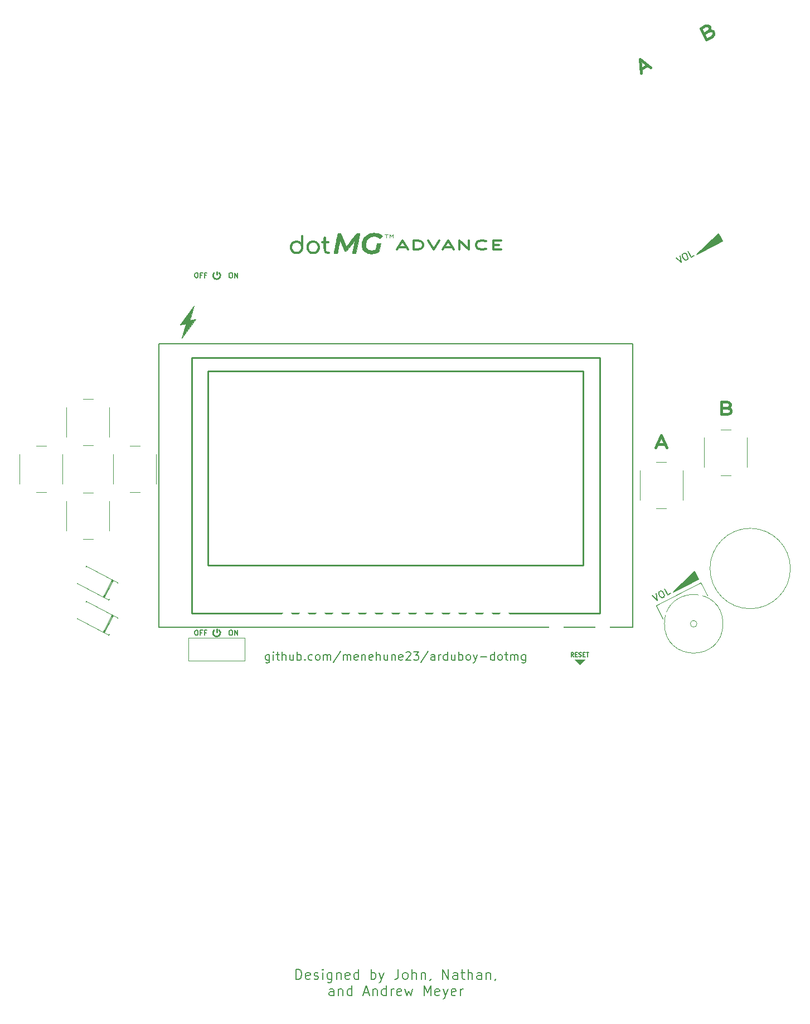
<source format=gbr>
G04 #@! TF.GenerationSoftware,KiCad,Pcbnew,(5.1.9-0-10_14)*
G04 #@! TF.CreationDate,2021-07-17T22:46:38-07:00*
G04 #@! TF.ProjectId,system_advance,73797374-656d-45f6-9164-76616e63652e,1.0-dev0*
G04 #@! TF.SameCoordinates,Original*
G04 #@! TF.FileFunction,Legend,Top*
G04 #@! TF.FilePolarity,Positive*
%FSLAX46Y46*%
G04 Gerber Fmt 4.6, Leading zero omitted, Abs format (unit mm)*
G04 Created by KiCad (PCBNEW (5.1.9-0-10_14)) date 2021-07-17 22:46:38*
%MOMM*%
%LPD*%
G01*
G04 APERTURE LIST*
%ADD10C,0.330200*%
%ADD11C,0.203200*%
%ADD12C,0.100000*%
%ADD13C,0.177800*%
%ADD14C,0.254000*%
%ADD15C,0.196850*%
%ADD16C,0.381000*%
%ADD17C,0.010000*%
%ADD18C,0.120000*%
%ADD19C,0.150000*%
%ADD20C,0.250000*%
%ADD21C,0.114300*%
%ADD22C,0.127000*%
%ADD23C,0.300000*%
%ADD24C,3.851600*%
%ADD25C,1.851600*%
%ADD26C,0.609600*%
%ADD27O,1.801600X1.801600*%
%ADD28C,1.801600*%
%ADD29C,1.625600*%
%ADD30C,5.501599*%
%ADD31C,2.101600*%
%ADD32C,1.401600*%
%ADD33C,1.701600*%
%ADD34O,1.701600X1.701600*%
%ADD35C,2.201600*%
G04 APERTURE END LIST*
D10*
X108394439Y-103483833D02*
X109603963Y-103483833D01*
X108152534Y-103882976D02*
X108999201Y-102485976D01*
X109845868Y-103882976D01*
X110692534Y-103882976D02*
X110692534Y-102485976D01*
X111297296Y-102485976D01*
X111660153Y-102552500D01*
X111902058Y-102685547D01*
X112023010Y-102818595D01*
X112143963Y-103084690D01*
X112143963Y-103284261D01*
X112023010Y-103550357D01*
X111902058Y-103683404D01*
X111660153Y-103816452D01*
X111297296Y-103882976D01*
X110692534Y-103882976D01*
X112869677Y-102485976D02*
X113716344Y-103882976D01*
X114563010Y-102485976D01*
X115288725Y-103483833D02*
X116498249Y-103483833D01*
X115046820Y-103882976D02*
X115893487Y-102485976D01*
X116740153Y-103882976D01*
X117586820Y-103882976D02*
X117586820Y-102485976D01*
X119038249Y-103882976D01*
X119038249Y-102485976D01*
X121699201Y-103749928D02*
X121578249Y-103816452D01*
X121215391Y-103882976D01*
X120973487Y-103882976D01*
X120610630Y-103816452D01*
X120368725Y-103683404D01*
X120247772Y-103550357D01*
X120126820Y-103284261D01*
X120126820Y-103084690D01*
X120247772Y-102818595D01*
X120368725Y-102685547D01*
X120610630Y-102552500D01*
X120973487Y-102485976D01*
X121215391Y-102485976D01*
X121578249Y-102552500D01*
X121699201Y-102619023D01*
X122787772Y-103151214D02*
X123634439Y-103151214D01*
X123997296Y-103882976D02*
X122787772Y-103882976D01*
X122787772Y-102485976D01*
X123997296Y-102485976D01*
D11*
X92818857Y-214582828D02*
X92818857Y-213058828D01*
X93181714Y-213058828D01*
X93399428Y-213131400D01*
X93544571Y-213276542D01*
X93617142Y-213421685D01*
X93689714Y-213711971D01*
X93689714Y-213929685D01*
X93617142Y-214219971D01*
X93544571Y-214365114D01*
X93399428Y-214510257D01*
X93181714Y-214582828D01*
X92818857Y-214582828D01*
X94923428Y-214510257D02*
X94778285Y-214582828D01*
X94488000Y-214582828D01*
X94342857Y-214510257D01*
X94270285Y-214365114D01*
X94270285Y-213784542D01*
X94342857Y-213639400D01*
X94488000Y-213566828D01*
X94778285Y-213566828D01*
X94923428Y-213639400D01*
X94996000Y-213784542D01*
X94996000Y-213929685D01*
X94270285Y-214074828D01*
X95576571Y-214510257D02*
X95721714Y-214582828D01*
X96012000Y-214582828D01*
X96157142Y-214510257D01*
X96229714Y-214365114D01*
X96229714Y-214292542D01*
X96157142Y-214147400D01*
X96012000Y-214074828D01*
X95794285Y-214074828D01*
X95649142Y-214002257D01*
X95576571Y-213857114D01*
X95576571Y-213784542D01*
X95649142Y-213639400D01*
X95794285Y-213566828D01*
X96012000Y-213566828D01*
X96157142Y-213639400D01*
X96882857Y-214582828D02*
X96882857Y-213566828D01*
X96882857Y-213058828D02*
X96810285Y-213131400D01*
X96882857Y-213203971D01*
X96955428Y-213131400D01*
X96882857Y-213058828D01*
X96882857Y-213203971D01*
X98261714Y-213566828D02*
X98261714Y-214800542D01*
X98189142Y-214945685D01*
X98116571Y-215018257D01*
X97971428Y-215090828D01*
X97753714Y-215090828D01*
X97608571Y-215018257D01*
X98261714Y-214510257D02*
X98116571Y-214582828D01*
X97826285Y-214582828D01*
X97681142Y-214510257D01*
X97608571Y-214437685D01*
X97536000Y-214292542D01*
X97536000Y-213857114D01*
X97608571Y-213711971D01*
X97681142Y-213639400D01*
X97826285Y-213566828D01*
X98116571Y-213566828D01*
X98261714Y-213639400D01*
X98987428Y-213566828D02*
X98987428Y-214582828D01*
X98987428Y-213711971D02*
X99060000Y-213639400D01*
X99205142Y-213566828D01*
X99422857Y-213566828D01*
X99568000Y-213639400D01*
X99640571Y-213784542D01*
X99640571Y-214582828D01*
X100946857Y-214510257D02*
X100801714Y-214582828D01*
X100511428Y-214582828D01*
X100366285Y-214510257D01*
X100293714Y-214365114D01*
X100293714Y-213784542D01*
X100366285Y-213639400D01*
X100511428Y-213566828D01*
X100801714Y-213566828D01*
X100946857Y-213639400D01*
X101019428Y-213784542D01*
X101019428Y-213929685D01*
X100293714Y-214074828D01*
X102325714Y-214582828D02*
X102325714Y-213058828D01*
X102325714Y-214510257D02*
X102180571Y-214582828D01*
X101890285Y-214582828D01*
X101745142Y-214510257D01*
X101672571Y-214437685D01*
X101600000Y-214292542D01*
X101600000Y-213857114D01*
X101672571Y-213711971D01*
X101745142Y-213639400D01*
X101890285Y-213566828D01*
X102180571Y-213566828D01*
X102325714Y-213639400D01*
X104212571Y-214582828D02*
X104212571Y-213058828D01*
X104212571Y-213639400D02*
X104357714Y-213566828D01*
X104648000Y-213566828D01*
X104793142Y-213639400D01*
X104865714Y-213711971D01*
X104938285Y-213857114D01*
X104938285Y-214292542D01*
X104865714Y-214437685D01*
X104793142Y-214510257D01*
X104648000Y-214582828D01*
X104357714Y-214582828D01*
X104212571Y-214510257D01*
X105446285Y-213566828D02*
X105809142Y-214582828D01*
X106172000Y-213566828D02*
X105809142Y-214582828D01*
X105664000Y-214945685D01*
X105591428Y-215018257D01*
X105446285Y-215090828D01*
X108349142Y-213058828D02*
X108349142Y-214147400D01*
X108276571Y-214365114D01*
X108131428Y-214510257D01*
X107913714Y-214582828D01*
X107768571Y-214582828D01*
X109292571Y-214582828D02*
X109147428Y-214510257D01*
X109074857Y-214437685D01*
X109002285Y-214292542D01*
X109002285Y-213857114D01*
X109074857Y-213711971D01*
X109147428Y-213639400D01*
X109292571Y-213566828D01*
X109510285Y-213566828D01*
X109655428Y-213639400D01*
X109728000Y-213711971D01*
X109800571Y-213857114D01*
X109800571Y-214292542D01*
X109728000Y-214437685D01*
X109655428Y-214510257D01*
X109510285Y-214582828D01*
X109292571Y-214582828D01*
X110453714Y-214582828D02*
X110453714Y-213058828D01*
X111106857Y-214582828D02*
X111106857Y-213784542D01*
X111034285Y-213639400D01*
X110889142Y-213566828D01*
X110671428Y-213566828D01*
X110526285Y-213639400D01*
X110453714Y-213711971D01*
X111832571Y-213566828D02*
X111832571Y-214582828D01*
X111832571Y-213711971D02*
X111905142Y-213639400D01*
X112050285Y-213566828D01*
X112268000Y-213566828D01*
X112413142Y-213639400D01*
X112485714Y-213784542D01*
X112485714Y-214582828D01*
X113284000Y-214510257D02*
X113284000Y-214582828D01*
X113211428Y-214727971D01*
X113138857Y-214800542D01*
X115098285Y-214582828D02*
X115098285Y-213058828D01*
X115969142Y-214582828D01*
X115969142Y-213058828D01*
X117348000Y-214582828D02*
X117348000Y-213784542D01*
X117275428Y-213639400D01*
X117130285Y-213566828D01*
X116840000Y-213566828D01*
X116694857Y-213639400D01*
X117348000Y-214510257D02*
X117202857Y-214582828D01*
X116840000Y-214582828D01*
X116694857Y-214510257D01*
X116622285Y-214365114D01*
X116622285Y-214219971D01*
X116694857Y-214074828D01*
X116840000Y-214002257D01*
X117202857Y-214002257D01*
X117348000Y-213929685D01*
X117856000Y-213566828D02*
X118436571Y-213566828D01*
X118073714Y-213058828D02*
X118073714Y-214365114D01*
X118146285Y-214510257D01*
X118291428Y-214582828D01*
X118436571Y-214582828D01*
X118944571Y-214582828D02*
X118944571Y-213058828D01*
X119597714Y-214582828D02*
X119597714Y-213784542D01*
X119525142Y-213639400D01*
X119380000Y-213566828D01*
X119162285Y-213566828D01*
X119017142Y-213639400D01*
X118944571Y-213711971D01*
X120976571Y-214582828D02*
X120976571Y-213784542D01*
X120904000Y-213639400D01*
X120758857Y-213566828D01*
X120468571Y-213566828D01*
X120323428Y-213639400D01*
X120976571Y-214510257D02*
X120831428Y-214582828D01*
X120468571Y-214582828D01*
X120323428Y-214510257D01*
X120250857Y-214365114D01*
X120250857Y-214219971D01*
X120323428Y-214074828D01*
X120468571Y-214002257D01*
X120831428Y-214002257D01*
X120976571Y-213929685D01*
X121702285Y-213566828D02*
X121702285Y-214582828D01*
X121702285Y-213711971D02*
X121774857Y-213639400D01*
X121920000Y-213566828D01*
X122137714Y-213566828D01*
X122282857Y-213639400D01*
X122355428Y-213784542D01*
X122355428Y-214582828D01*
X123153714Y-214510257D02*
X123153714Y-214582828D01*
X123081142Y-214727971D01*
X123008571Y-214800542D01*
X98552000Y-217072028D02*
X98552000Y-216273742D01*
X98479428Y-216128600D01*
X98334285Y-216056028D01*
X98044000Y-216056028D01*
X97898857Y-216128600D01*
X98552000Y-216999457D02*
X98406857Y-217072028D01*
X98044000Y-217072028D01*
X97898857Y-216999457D01*
X97826285Y-216854314D01*
X97826285Y-216709171D01*
X97898857Y-216564028D01*
X98044000Y-216491457D01*
X98406857Y-216491457D01*
X98552000Y-216418885D01*
X99277714Y-216056028D02*
X99277714Y-217072028D01*
X99277714Y-216201171D02*
X99350285Y-216128600D01*
X99495428Y-216056028D01*
X99713142Y-216056028D01*
X99858285Y-216128600D01*
X99930857Y-216273742D01*
X99930857Y-217072028D01*
X101309714Y-217072028D02*
X101309714Y-215548028D01*
X101309714Y-216999457D02*
X101164571Y-217072028D01*
X100874285Y-217072028D01*
X100729142Y-216999457D01*
X100656571Y-216926885D01*
X100584000Y-216781742D01*
X100584000Y-216346314D01*
X100656571Y-216201171D01*
X100729142Y-216128600D01*
X100874285Y-216056028D01*
X101164571Y-216056028D01*
X101309714Y-216128600D01*
X103124000Y-216636600D02*
X103849714Y-216636600D01*
X102978857Y-217072028D02*
X103486857Y-215548028D01*
X103994857Y-217072028D01*
X104502857Y-216056028D02*
X104502857Y-217072028D01*
X104502857Y-216201171D02*
X104575428Y-216128600D01*
X104720571Y-216056028D01*
X104938285Y-216056028D01*
X105083428Y-216128600D01*
X105156000Y-216273742D01*
X105156000Y-217072028D01*
X106534857Y-217072028D02*
X106534857Y-215548028D01*
X106534857Y-216999457D02*
X106389714Y-217072028D01*
X106099428Y-217072028D01*
X105954285Y-216999457D01*
X105881714Y-216926885D01*
X105809142Y-216781742D01*
X105809142Y-216346314D01*
X105881714Y-216201171D01*
X105954285Y-216128600D01*
X106099428Y-216056028D01*
X106389714Y-216056028D01*
X106534857Y-216128600D01*
X107260571Y-217072028D02*
X107260571Y-216056028D01*
X107260571Y-216346314D02*
X107333142Y-216201171D01*
X107405714Y-216128600D01*
X107550857Y-216056028D01*
X107696000Y-216056028D01*
X108784571Y-216999457D02*
X108639428Y-217072028D01*
X108349142Y-217072028D01*
X108204000Y-216999457D01*
X108131428Y-216854314D01*
X108131428Y-216273742D01*
X108204000Y-216128600D01*
X108349142Y-216056028D01*
X108639428Y-216056028D01*
X108784571Y-216128600D01*
X108857142Y-216273742D01*
X108857142Y-216418885D01*
X108131428Y-216564028D01*
X109365142Y-216056028D02*
X109655428Y-217072028D01*
X109945714Y-216346314D01*
X110236000Y-217072028D01*
X110526285Y-216056028D01*
X112268000Y-217072028D02*
X112268000Y-215548028D01*
X112776000Y-216636600D01*
X113284000Y-215548028D01*
X113284000Y-217072028D01*
X114590285Y-216999457D02*
X114445142Y-217072028D01*
X114154857Y-217072028D01*
X114009714Y-216999457D01*
X113937142Y-216854314D01*
X113937142Y-216273742D01*
X114009714Y-216128600D01*
X114154857Y-216056028D01*
X114445142Y-216056028D01*
X114590285Y-216128600D01*
X114662857Y-216273742D01*
X114662857Y-216418885D01*
X113937142Y-216564028D01*
X115170857Y-216056028D02*
X115533714Y-217072028D01*
X115896571Y-216056028D02*
X115533714Y-217072028D01*
X115388571Y-217434885D01*
X115316000Y-217507457D01*
X115170857Y-217580028D01*
X117057714Y-216999457D02*
X116912571Y-217072028D01*
X116622285Y-217072028D01*
X116477142Y-216999457D01*
X116404571Y-216854314D01*
X116404571Y-216273742D01*
X116477142Y-216128600D01*
X116622285Y-216056028D01*
X116912571Y-216056028D01*
X117057714Y-216128600D01*
X117130285Y-216273742D01*
X117130285Y-216418885D01*
X116404571Y-216564028D01*
X117783428Y-217072028D02*
X117783428Y-216056028D01*
X117783428Y-216346314D02*
X117856000Y-216201171D01*
X117928571Y-216128600D01*
X118073714Y-216056028D01*
X118218857Y-216056028D01*
D12*
G36*
X76581000Y-115062000D02*
G01*
X75184000Y-115316000D01*
X77343000Y-112395000D01*
X76581000Y-115062000D01*
G37*
X76581000Y-115062000D02*
X75184000Y-115316000D01*
X77343000Y-112395000D01*
X76581000Y-115062000D01*
G36*
X75438000Y-117348000D02*
G01*
X76200000Y-114681000D01*
X77597000Y-114427000D01*
X75438000Y-117348000D01*
G37*
X75438000Y-117348000D02*
X76200000Y-114681000D01*
X77597000Y-114427000D01*
X75438000Y-117348000D01*
D13*
X77633285Y-107398094D02*
X77778428Y-107398094D01*
X77851000Y-107434380D01*
X77923571Y-107506951D01*
X77959857Y-107652094D01*
X77959857Y-107906094D01*
X77923571Y-108051237D01*
X77851000Y-108123808D01*
X77778428Y-108160094D01*
X77633285Y-108160094D01*
X77560714Y-108123808D01*
X77488142Y-108051237D01*
X77451857Y-107906094D01*
X77451857Y-107652094D01*
X77488142Y-107506951D01*
X77560714Y-107434380D01*
X77633285Y-107398094D01*
X78540428Y-107760951D02*
X78286428Y-107760951D01*
X78286428Y-108160094D02*
X78286428Y-107398094D01*
X78649285Y-107398094D01*
X79193571Y-107760951D02*
X78939571Y-107760951D01*
X78939571Y-108160094D02*
X78939571Y-107398094D01*
X79302428Y-107398094D01*
X82840285Y-107405714D02*
X82985428Y-107405714D01*
X83058000Y-107442000D01*
X83130571Y-107514571D01*
X83166857Y-107659714D01*
X83166857Y-107913714D01*
X83130571Y-108058857D01*
X83058000Y-108131428D01*
X82985428Y-108167714D01*
X82840285Y-108167714D01*
X82767714Y-108131428D01*
X82695142Y-108058857D01*
X82658857Y-107913714D01*
X82658857Y-107659714D01*
X82695142Y-107514571D01*
X82767714Y-107442000D01*
X82840285Y-107405714D01*
X83493428Y-108167714D02*
X83493428Y-107405714D01*
X83928857Y-108167714D01*
X83928857Y-107405714D01*
D14*
X80772000Y-107213400D02*
X80772000Y-107696000D01*
X80378096Y-107429096D02*
G75*
G03*
X81153000Y-107416600I393904J-393904D01*
G01*
D15*
X88779047Y-165335857D02*
X88779047Y-166363952D01*
X88718571Y-166484904D01*
X88658095Y-166545380D01*
X88537142Y-166605857D01*
X88355714Y-166605857D01*
X88234761Y-166545380D01*
X88779047Y-166122047D02*
X88658095Y-166182523D01*
X88416190Y-166182523D01*
X88295238Y-166122047D01*
X88234761Y-166061571D01*
X88174285Y-165940619D01*
X88174285Y-165577761D01*
X88234761Y-165456809D01*
X88295238Y-165396333D01*
X88416190Y-165335857D01*
X88658095Y-165335857D01*
X88779047Y-165396333D01*
X89383809Y-166182523D02*
X89383809Y-165335857D01*
X89383809Y-164912523D02*
X89323333Y-164973000D01*
X89383809Y-165033476D01*
X89444285Y-164973000D01*
X89383809Y-164912523D01*
X89383809Y-165033476D01*
X89807142Y-165335857D02*
X90290952Y-165335857D01*
X89988571Y-164912523D02*
X89988571Y-166001095D01*
X90049047Y-166122047D01*
X90170000Y-166182523D01*
X90290952Y-166182523D01*
X90714285Y-166182523D02*
X90714285Y-164912523D01*
X91258571Y-166182523D02*
X91258571Y-165517285D01*
X91198095Y-165396333D01*
X91077142Y-165335857D01*
X90895714Y-165335857D01*
X90774761Y-165396333D01*
X90714285Y-165456809D01*
X92407619Y-165335857D02*
X92407619Y-166182523D01*
X91863333Y-165335857D02*
X91863333Y-166001095D01*
X91923809Y-166122047D01*
X92044761Y-166182523D01*
X92226190Y-166182523D01*
X92347142Y-166122047D01*
X92407619Y-166061571D01*
X93012380Y-166182523D02*
X93012380Y-164912523D01*
X93012380Y-165396333D02*
X93133333Y-165335857D01*
X93375238Y-165335857D01*
X93496190Y-165396333D01*
X93556666Y-165456809D01*
X93617142Y-165577761D01*
X93617142Y-165940619D01*
X93556666Y-166061571D01*
X93496190Y-166122047D01*
X93375238Y-166182523D01*
X93133333Y-166182523D01*
X93012380Y-166122047D01*
X94161428Y-166061571D02*
X94221904Y-166122047D01*
X94161428Y-166182523D01*
X94100952Y-166122047D01*
X94161428Y-166061571D01*
X94161428Y-166182523D01*
X95310476Y-166122047D02*
X95189523Y-166182523D01*
X94947619Y-166182523D01*
X94826666Y-166122047D01*
X94766190Y-166061571D01*
X94705714Y-165940619D01*
X94705714Y-165577761D01*
X94766190Y-165456809D01*
X94826666Y-165396333D01*
X94947619Y-165335857D01*
X95189523Y-165335857D01*
X95310476Y-165396333D01*
X96036190Y-166182523D02*
X95915238Y-166122047D01*
X95854761Y-166061571D01*
X95794285Y-165940619D01*
X95794285Y-165577761D01*
X95854761Y-165456809D01*
X95915238Y-165396333D01*
X96036190Y-165335857D01*
X96217619Y-165335857D01*
X96338571Y-165396333D01*
X96399047Y-165456809D01*
X96459523Y-165577761D01*
X96459523Y-165940619D01*
X96399047Y-166061571D01*
X96338571Y-166122047D01*
X96217619Y-166182523D01*
X96036190Y-166182523D01*
X97003809Y-166182523D02*
X97003809Y-165335857D01*
X97003809Y-165456809D02*
X97064285Y-165396333D01*
X97185238Y-165335857D01*
X97366666Y-165335857D01*
X97487619Y-165396333D01*
X97548095Y-165517285D01*
X97548095Y-166182523D01*
X97548095Y-165517285D02*
X97608571Y-165396333D01*
X97729523Y-165335857D01*
X97910952Y-165335857D01*
X98031904Y-165396333D01*
X98092380Y-165517285D01*
X98092380Y-166182523D01*
X99604285Y-164852047D02*
X98515714Y-166484904D01*
X100027619Y-166182523D02*
X100027619Y-165335857D01*
X100027619Y-165456809D02*
X100088095Y-165396333D01*
X100209047Y-165335857D01*
X100390476Y-165335857D01*
X100511428Y-165396333D01*
X100571904Y-165517285D01*
X100571904Y-166182523D01*
X100571904Y-165517285D02*
X100632380Y-165396333D01*
X100753333Y-165335857D01*
X100934761Y-165335857D01*
X101055714Y-165396333D01*
X101116190Y-165517285D01*
X101116190Y-166182523D01*
X102204761Y-166122047D02*
X102083809Y-166182523D01*
X101841904Y-166182523D01*
X101720952Y-166122047D01*
X101660476Y-166001095D01*
X101660476Y-165517285D01*
X101720952Y-165396333D01*
X101841904Y-165335857D01*
X102083809Y-165335857D01*
X102204761Y-165396333D01*
X102265238Y-165517285D01*
X102265238Y-165638238D01*
X101660476Y-165759190D01*
X102809523Y-165335857D02*
X102809523Y-166182523D01*
X102809523Y-165456809D02*
X102870000Y-165396333D01*
X102990952Y-165335857D01*
X103172380Y-165335857D01*
X103293333Y-165396333D01*
X103353809Y-165517285D01*
X103353809Y-166182523D01*
X104442380Y-166122047D02*
X104321428Y-166182523D01*
X104079523Y-166182523D01*
X103958571Y-166122047D01*
X103898095Y-166001095D01*
X103898095Y-165517285D01*
X103958571Y-165396333D01*
X104079523Y-165335857D01*
X104321428Y-165335857D01*
X104442380Y-165396333D01*
X104502857Y-165517285D01*
X104502857Y-165638238D01*
X103898095Y-165759190D01*
X105047142Y-166182523D02*
X105047142Y-164912523D01*
X105591428Y-166182523D02*
X105591428Y-165517285D01*
X105530952Y-165396333D01*
X105410000Y-165335857D01*
X105228571Y-165335857D01*
X105107619Y-165396333D01*
X105047142Y-165456809D01*
X106740476Y-165335857D02*
X106740476Y-166182523D01*
X106196190Y-165335857D02*
X106196190Y-166001095D01*
X106256666Y-166122047D01*
X106377619Y-166182523D01*
X106559047Y-166182523D01*
X106680000Y-166122047D01*
X106740476Y-166061571D01*
X107345238Y-165335857D02*
X107345238Y-166182523D01*
X107345238Y-165456809D02*
X107405714Y-165396333D01*
X107526666Y-165335857D01*
X107708095Y-165335857D01*
X107829047Y-165396333D01*
X107889523Y-165517285D01*
X107889523Y-166182523D01*
X108978095Y-166122047D02*
X108857142Y-166182523D01*
X108615238Y-166182523D01*
X108494285Y-166122047D01*
X108433809Y-166001095D01*
X108433809Y-165517285D01*
X108494285Y-165396333D01*
X108615238Y-165335857D01*
X108857142Y-165335857D01*
X108978095Y-165396333D01*
X109038571Y-165517285D01*
X109038571Y-165638238D01*
X108433809Y-165759190D01*
X109522380Y-165033476D02*
X109582857Y-164973000D01*
X109703809Y-164912523D01*
X110006190Y-164912523D01*
X110127142Y-164973000D01*
X110187619Y-165033476D01*
X110248095Y-165154428D01*
X110248095Y-165275380D01*
X110187619Y-165456809D01*
X109461904Y-166182523D01*
X110248095Y-166182523D01*
X110671428Y-164912523D02*
X111457619Y-164912523D01*
X111034285Y-165396333D01*
X111215714Y-165396333D01*
X111336666Y-165456809D01*
X111397142Y-165517285D01*
X111457619Y-165638238D01*
X111457619Y-165940619D01*
X111397142Y-166061571D01*
X111336666Y-166122047D01*
X111215714Y-166182523D01*
X110852857Y-166182523D01*
X110731904Y-166122047D01*
X110671428Y-166061571D01*
X112909047Y-164852047D02*
X111820476Y-166484904D01*
X113876666Y-166182523D02*
X113876666Y-165517285D01*
X113816190Y-165396333D01*
X113695238Y-165335857D01*
X113453333Y-165335857D01*
X113332380Y-165396333D01*
X113876666Y-166122047D02*
X113755714Y-166182523D01*
X113453333Y-166182523D01*
X113332380Y-166122047D01*
X113271904Y-166001095D01*
X113271904Y-165880142D01*
X113332380Y-165759190D01*
X113453333Y-165698714D01*
X113755714Y-165698714D01*
X113876666Y-165638238D01*
X114481428Y-166182523D02*
X114481428Y-165335857D01*
X114481428Y-165577761D02*
X114541904Y-165456809D01*
X114602380Y-165396333D01*
X114723333Y-165335857D01*
X114844285Y-165335857D01*
X115811904Y-166182523D02*
X115811904Y-164912523D01*
X115811904Y-166122047D02*
X115690952Y-166182523D01*
X115449047Y-166182523D01*
X115328095Y-166122047D01*
X115267619Y-166061571D01*
X115207142Y-165940619D01*
X115207142Y-165577761D01*
X115267619Y-165456809D01*
X115328095Y-165396333D01*
X115449047Y-165335857D01*
X115690952Y-165335857D01*
X115811904Y-165396333D01*
X116960952Y-165335857D02*
X116960952Y-166182523D01*
X116416666Y-165335857D02*
X116416666Y-166001095D01*
X116477142Y-166122047D01*
X116598095Y-166182523D01*
X116779523Y-166182523D01*
X116900476Y-166122047D01*
X116960952Y-166061571D01*
X117565714Y-166182523D02*
X117565714Y-164912523D01*
X117565714Y-165396333D02*
X117686666Y-165335857D01*
X117928571Y-165335857D01*
X118049523Y-165396333D01*
X118110000Y-165456809D01*
X118170476Y-165577761D01*
X118170476Y-165940619D01*
X118110000Y-166061571D01*
X118049523Y-166122047D01*
X117928571Y-166182523D01*
X117686666Y-166182523D01*
X117565714Y-166122047D01*
X118896190Y-166182523D02*
X118775238Y-166122047D01*
X118714761Y-166061571D01*
X118654285Y-165940619D01*
X118654285Y-165577761D01*
X118714761Y-165456809D01*
X118775238Y-165396333D01*
X118896190Y-165335857D01*
X119077619Y-165335857D01*
X119198571Y-165396333D01*
X119259047Y-165456809D01*
X119319523Y-165577761D01*
X119319523Y-165940619D01*
X119259047Y-166061571D01*
X119198571Y-166122047D01*
X119077619Y-166182523D01*
X118896190Y-166182523D01*
X119742857Y-165335857D02*
X120045238Y-166182523D01*
X120347619Y-165335857D02*
X120045238Y-166182523D01*
X119924285Y-166484904D01*
X119863809Y-166545380D01*
X119742857Y-166605857D01*
X120831428Y-165698714D02*
X121799047Y-165698714D01*
X122948095Y-166182523D02*
X122948095Y-164912523D01*
X122948095Y-166122047D02*
X122827142Y-166182523D01*
X122585238Y-166182523D01*
X122464285Y-166122047D01*
X122403809Y-166061571D01*
X122343333Y-165940619D01*
X122343333Y-165577761D01*
X122403809Y-165456809D01*
X122464285Y-165396333D01*
X122585238Y-165335857D01*
X122827142Y-165335857D01*
X122948095Y-165396333D01*
X123734285Y-166182523D02*
X123613333Y-166122047D01*
X123552857Y-166061571D01*
X123492380Y-165940619D01*
X123492380Y-165577761D01*
X123552857Y-165456809D01*
X123613333Y-165396333D01*
X123734285Y-165335857D01*
X123915714Y-165335857D01*
X124036666Y-165396333D01*
X124097142Y-165456809D01*
X124157619Y-165577761D01*
X124157619Y-165940619D01*
X124097142Y-166061571D01*
X124036666Y-166122047D01*
X123915714Y-166182523D01*
X123734285Y-166182523D01*
X124520476Y-165335857D02*
X125004285Y-165335857D01*
X124701904Y-164912523D02*
X124701904Y-166001095D01*
X124762380Y-166122047D01*
X124883333Y-166182523D01*
X125004285Y-166182523D01*
X125427619Y-166182523D02*
X125427619Y-165335857D01*
X125427619Y-165456809D02*
X125488095Y-165396333D01*
X125609047Y-165335857D01*
X125790476Y-165335857D01*
X125911428Y-165396333D01*
X125971904Y-165517285D01*
X125971904Y-166182523D01*
X125971904Y-165517285D02*
X126032380Y-165396333D01*
X126153333Y-165335857D01*
X126334761Y-165335857D01*
X126455714Y-165396333D01*
X126516190Y-165517285D01*
X126516190Y-166182523D01*
X127665238Y-165335857D02*
X127665238Y-166363952D01*
X127604761Y-166484904D01*
X127544285Y-166545380D01*
X127423333Y-166605857D01*
X127241904Y-166605857D01*
X127120952Y-166545380D01*
X127665238Y-166122047D02*
X127544285Y-166182523D01*
X127302380Y-166182523D01*
X127181428Y-166122047D01*
X127120952Y-166061571D01*
X127060476Y-165940619D01*
X127060476Y-165577761D01*
X127120952Y-165456809D01*
X127181428Y-165396333D01*
X127302380Y-165335857D01*
X127544285Y-165335857D01*
X127665238Y-165396333D01*
D14*
X80378096Y-161658096D02*
G75*
G03*
X81153000Y-161645600I393904J-393904D01*
G01*
X80772000Y-161442400D02*
X80772000Y-161925000D01*
D16*
X158260428Y-127879928D02*
X158623285Y-127970642D01*
X158744238Y-128061357D01*
X158865190Y-128242785D01*
X158865190Y-128514928D01*
X158744238Y-128696357D01*
X158623285Y-128787071D01*
X158381380Y-128877785D01*
X157413761Y-128877785D01*
X157413761Y-126972785D01*
X158260428Y-126972785D01*
X158502333Y-127063500D01*
X158623285Y-127154214D01*
X158744238Y-127335642D01*
X158744238Y-127517071D01*
X158623285Y-127698500D01*
X158502333Y-127789214D01*
X158260428Y-127879928D01*
X157413761Y-127879928D01*
X147695238Y-133413500D02*
X148904761Y-133413500D01*
X147453333Y-133957785D02*
X148300000Y-132052785D01*
X149146666Y-133957785D01*
D13*
X82840285Y-161634714D02*
X82985428Y-161634714D01*
X83058000Y-161671000D01*
X83130571Y-161743571D01*
X83166857Y-161888714D01*
X83166857Y-162142714D01*
X83130571Y-162287857D01*
X83058000Y-162360428D01*
X82985428Y-162396714D01*
X82840285Y-162396714D01*
X82767714Y-162360428D01*
X82695142Y-162287857D01*
X82658857Y-162142714D01*
X82658857Y-161888714D01*
X82695142Y-161743571D01*
X82767714Y-161671000D01*
X82840285Y-161634714D01*
X83493428Y-162396714D02*
X83493428Y-161634714D01*
X83928857Y-162396714D01*
X83928857Y-161634714D01*
D12*
G36*
X135890000Y-166878000D02*
G01*
X135128000Y-166116000D01*
X136652000Y-166116000D01*
X135890000Y-166878000D01*
G37*
X135890000Y-166878000D02*
X135128000Y-166116000D01*
X136652000Y-166116000D01*
X135890000Y-166878000D01*
D13*
X77633285Y-161627094D02*
X77778428Y-161627094D01*
X77851000Y-161663380D01*
X77923571Y-161735951D01*
X77959857Y-161881094D01*
X77959857Y-162135094D01*
X77923571Y-162280237D01*
X77851000Y-162352808D01*
X77778428Y-162389094D01*
X77633285Y-162389094D01*
X77560714Y-162352808D01*
X77488142Y-162280237D01*
X77451857Y-162135094D01*
X77451857Y-161881094D01*
X77488142Y-161735951D01*
X77560714Y-161663380D01*
X77633285Y-161627094D01*
X78540428Y-161989951D02*
X78286428Y-161989951D01*
X78286428Y-162389094D02*
X78286428Y-161627094D01*
X78649285Y-161627094D01*
X79193571Y-161989951D02*
X78939571Y-161989951D01*
X78939571Y-162389094D02*
X78939571Y-161627094D01*
X79302428Y-161627094D01*
D17*
G36*
X99309988Y-101398786D02*
G01*
X99384163Y-101399686D01*
X99384709Y-101399695D01*
X99620518Y-101403150D01*
X100022469Y-102416113D01*
X100083035Y-102568458D01*
X100141032Y-102713779D01*
X100195768Y-102850376D01*
X100246551Y-102976547D01*
X100292689Y-103090590D01*
X100333489Y-103190808D01*
X100368262Y-103275498D01*
X100396316Y-103342961D01*
X100416956Y-103391494D01*
X100429494Y-103419400D01*
X100433180Y-103425763D01*
X100442040Y-103415493D01*
X100465438Y-103386514D01*
X100502319Y-103340171D01*
X100551628Y-103277808D01*
X100612311Y-103200766D01*
X100683312Y-103110391D01*
X100763578Y-103008025D01*
X100852053Y-102895011D01*
X100947684Y-102772693D01*
X101049415Y-102642414D01*
X101156191Y-102505517D01*
X101228443Y-102412799D01*
X102014946Y-101403150D01*
X102266136Y-101399701D01*
X102354841Y-101398800D01*
X102420841Y-101398960D01*
X102466814Y-101400320D01*
X102495437Y-101403019D01*
X102509390Y-101407194D01*
X102511591Y-101412401D01*
X102508423Y-101426679D01*
X102500598Y-101464336D01*
X102488425Y-101523843D01*
X102472212Y-101603669D01*
X102452267Y-101702283D01*
X102428898Y-101818154D01*
X102402413Y-101949753D01*
X102373121Y-102095549D01*
X102341329Y-102254011D01*
X102307345Y-102423609D01*
X102271478Y-102602813D01*
X102234035Y-102790091D01*
X102202220Y-102949375D01*
X101898585Y-104470200D01*
X101628643Y-104470200D01*
X101548946Y-104469773D01*
X101478596Y-104468581D01*
X101421275Y-104466753D01*
X101380668Y-104464419D01*
X101360460Y-104461709D01*
X101358889Y-104460675D01*
X101361335Y-104447013D01*
X101368365Y-104410339D01*
X101379606Y-104352555D01*
X101394680Y-104275559D01*
X101413217Y-104181253D01*
X101434840Y-104071538D01*
X101459177Y-103948312D01*
X101485852Y-103813475D01*
X101514491Y-103668929D01*
X101544721Y-103516574D01*
X101554586Y-103466900D01*
X101585174Y-103312646D01*
X101614207Y-103165724D01*
X101641317Y-103028022D01*
X101666139Y-102901421D01*
X101688306Y-102787808D01*
X101707452Y-102689068D01*
X101723210Y-102607085D01*
X101735214Y-102543743D01*
X101743099Y-102500928D01*
X101746497Y-102480526D01*
X101746575Y-102479035D01*
X101738367Y-102488207D01*
X101715623Y-102515877D01*
X101679511Y-102560580D01*
X101631198Y-102620850D01*
X101571851Y-102695221D01*
X101502636Y-102782226D01*
X101424722Y-102880400D01*
X101339275Y-102988275D01*
X101247461Y-103104387D01*
X101150448Y-103227269D01*
X101096852Y-103295237D01*
X100450650Y-104115054D01*
X100317978Y-104111652D01*
X100185305Y-104108249D01*
X99841728Y-103274079D01*
X99784971Y-103136652D01*
X99730930Y-103006524D01*
X99680389Y-102885536D01*
X99634131Y-102775533D01*
X99592941Y-102678356D01*
X99557602Y-102595848D01*
X99528898Y-102529850D01*
X99507614Y-102482207D01*
X99494534Y-102454759D01*
X99490503Y-102448578D01*
X99487029Y-102461949D01*
X99479016Y-102498361D01*
X99466841Y-102555941D01*
X99450884Y-102632810D01*
X99431522Y-102727093D01*
X99409133Y-102836912D01*
X99384096Y-102960391D01*
X99356787Y-103095654D01*
X99327586Y-103240824D01*
X99296869Y-103394025D01*
X99265017Y-103553380D01*
X99232405Y-103717011D01*
X99199412Y-103883044D01*
X99166417Y-104049601D01*
X99133797Y-104214806D01*
X99101931Y-104376782D01*
X99096682Y-104403525D01*
X99083599Y-104470200D01*
X98811450Y-104470200D01*
X98731398Y-104469770D01*
X98660663Y-104468568D01*
X98602918Y-104466724D01*
X98561835Y-104464369D01*
X98541089Y-104461633D01*
X98539300Y-104460525D01*
X98541745Y-104447082D01*
X98548875Y-104410255D01*
X98560391Y-104351562D01*
X98575990Y-104272524D01*
X98595370Y-104174660D01*
X98618227Y-104059491D01*
X98644261Y-103928536D01*
X98673168Y-103783316D01*
X98704649Y-103625351D01*
X98738398Y-103456159D01*
X98774116Y-103277261D01*
X98811499Y-103090179D01*
X98844101Y-102927150D01*
X98882637Y-102734473D01*
X98919765Y-102548788D01*
X98955181Y-102371605D01*
X98988585Y-102204437D01*
X99019673Y-102048795D01*
X99048146Y-101906193D01*
X99073699Y-101778140D01*
X99096033Y-101666150D01*
X99114846Y-101571735D01*
X99129835Y-101496407D01*
X99140698Y-101441676D01*
X99147135Y-101409056D01*
X99148901Y-101399844D01*
X99160941Y-101398886D01*
X99194433Y-101398388D01*
X99245430Y-101398354D01*
X99309988Y-101398786D01*
G37*
X99309988Y-101398786D02*
X99384163Y-101399686D01*
X99384709Y-101399695D01*
X99620518Y-101403150D01*
X100022469Y-102416113D01*
X100083035Y-102568458D01*
X100141032Y-102713779D01*
X100195768Y-102850376D01*
X100246551Y-102976547D01*
X100292689Y-103090590D01*
X100333489Y-103190808D01*
X100368262Y-103275498D01*
X100396316Y-103342961D01*
X100416956Y-103391494D01*
X100429494Y-103419400D01*
X100433180Y-103425763D01*
X100442040Y-103415493D01*
X100465438Y-103386514D01*
X100502319Y-103340171D01*
X100551628Y-103277808D01*
X100612311Y-103200766D01*
X100683312Y-103110391D01*
X100763578Y-103008025D01*
X100852053Y-102895011D01*
X100947684Y-102772693D01*
X101049415Y-102642414D01*
X101156191Y-102505517D01*
X101228443Y-102412799D01*
X102014946Y-101403150D01*
X102266136Y-101399701D01*
X102354841Y-101398800D01*
X102420841Y-101398960D01*
X102466814Y-101400320D01*
X102495437Y-101403019D01*
X102509390Y-101407194D01*
X102511591Y-101412401D01*
X102508423Y-101426679D01*
X102500598Y-101464336D01*
X102488425Y-101523843D01*
X102472212Y-101603669D01*
X102452267Y-101702283D01*
X102428898Y-101818154D01*
X102402413Y-101949753D01*
X102373121Y-102095549D01*
X102341329Y-102254011D01*
X102307345Y-102423609D01*
X102271478Y-102602813D01*
X102234035Y-102790091D01*
X102202220Y-102949375D01*
X101898585Y-104470200D01*
X101628643Y-104470200D01*
X101548946Y-104469773D01*
X101478596Y-104468581D01*
X101421275Y-104466753D01*
X101380668Y-104464419D01*
X101360460Y-104461709D01*
X101358889Y-104460675D01*
X101361335Y-104447013D01*
X101368365Y-104410339D01*
X101379606Y-104352555D01*
X101394680Y-104275559D01*
X101413217Y-104181253D01*
X101434840Y-104071538D01*
X101459177Y-103948312D01*
X101485852Y-103813475D01*
X101514491Y-103668929D01*
X101544721Y-103516574D01*
X101554586Y-103466900D01*
X101585174Y-103312646D01*
X101614207Y-103165724D01*
X101641317Y-103028022D01*
X101666139Y-102901421D01*
X101688306Y-102787808D01*
X101707452Y-102689068D01*
X101723210Y-102607085D01*
X101735214Y-102543743D01*
X101743099Y-102500928D01*
X101746497Y-102480526D01*
X101746575Y-102479035D01*
X101738367Y-102488207D01*
X101715623Y-102515877D01*
X101679511Y-102560580D01*
X101631198Y-102620850D01*
X101571851Y-102695221D01*
X101502636Y-102782226D01*
X101424722Y-102880400D01*
X101339275Y-102988275D01*
X101247461Y-103104387D01*
X101150448Y-103227269D01*
X101096852Y-103295237D01*
X100450650Y-104115054D01*
X100317978Y-104111652D01*
X100185305Y-104108249D01*
X99841728Y-103274079D01*
X99784971Y-103136652D01*
X99730930Y-103006524D01*
X99680389Y-102885536D01*
X99634131Y-102775533D01*
X99592941Y-102678356D01*
X99557602Y-102595848D01*
X99528898Y-102529850D01*
X99507614Y-102482207D01*
X99494534Y-102454759D01*
X99490503Y-102448578D01*
X99487029Y-102461949D01*
X99479016Y-102498361D01*
X99466841Y-102555941D01*
X99450884Y-102632810D01*
X99431522Y-102727093D01*
X99409133Y-102836912D01*
X99384096Y-102960391D01*
X99356787Y-103095654D01*
X99327586Y-103240824D01*
X99296869Y-103394025D01*
X99265017Y-103553380D01*
X99232405Y-103717011D01*
X99199412Y-103883044D01*
X99166417Y-104049601D01*
X99133797Y-104214806D01*
X99101931Y-104376782D01*
X99096682Y-104403525D01*
X99083599Y-104470200D01*
X98811450Y-104470200D01*
X98731398Y-104469770D01*
X98660663Y-104468568D01*
X98602918Y-104466724D01*
X98561835Y-104464369D01*
X98541089Y-104461633D01*
X98539300Y-104460525D01*
X98541745Y-104447082D01*
X98548875Y-104410255D01*
X98560391Y-104351562D01*
X98575990Y-104272524D01*
X98595370Y-104174660D01*
X98618227Y-104059491D01*
X98644261Y-103928536D01*
X98673168Y-103783316D01*
X98704649Y-103625351D01*
X98738398Y-103456159D01*
X98774116Y-103277261D01*
X98811499Y-103090179D01*
X98844101Y-102927150D01*
X98882637Y-102734473D01*
X98919765Y-102548788D01*
X98955181Y-102371605D01*
X98988585Y-102204437D01*
X99019673Y-102048795D01*
X99048146Y-101906193D01*
X99073699Y-101778140D01*
X99096033Y-101666150D01*
X99114846Y-101571735D01*
X99129835Y-101496407D01*
X99140698Y-101441676D01*
X99147135Y-101409056D01*
X99148901Y-101399844D01*
X99160941Y-101398886D01*
X99194433Y-101398388D01*
X99245430Y-101398354D01*
X99309988Y-101398786D01*
G36*
X97184223Y-101916518D02*
G01*
X97228859Y-101939825D01*
X97257160Y-101972166D01*
X97265194Y-101987203D01*
X97271286Y-102004838D01*
X97275702Y-102028604D01*
X97278708Y-102062029D01*
X97280568Y-102108644D01*
X97281549Y-102171977D01*
X97281917Y-102255560D01*
X97281953Y-102301675D01*
X97282001Y-102590600D01*
X97485609Y-102590600D01*
X97584868Y-102591908D01*
X97661566Y-102596585D01*
X97718442Y-102605761D01*
X97758236Y-102620567D01*
X97783687Y-102642131D01*
X97797535Y-102671584D01*
X97802518Y-102710057D01*
X97802700Y-102721383D01*
X97792021Y-102768053D01*
X97769219Y-102798418D01*
X97735736Y-102831900D01*
X97282001Y-102831900D01*
X97282001Y-103326575D01*
X97282197Y-103465568D01*
X97282934Y-103581740D01*
X97284431Y-103677667D01*
X97286909Y-103755926D01*
X97290588Y-103819094D01*
X97295689Y-103869746D01*
X97302431Y-103910460D01*
X97311035Y-103943813D01*
X97321721Y-103972379D01*
X97334709Y-103998738D01*
X97340322Y-104008759D01*
X97397447Y-104084124D01*
X97470366Y-104140086D01*
X97557537Y-104175811D01*
X97657426Y-104190464D01*
X97676067Y-104190800D01*
X97726736Y-104192870D01*
X97772881Y-104198251D01*
X97799968Y-104204450D01*
X97844008Y-104231420D01*
X97871701Y-104271916D01*
X97882836Y-104319847D01*
X97877202Y-104369126D01*
X97854589Y-104413663D01*
X97814788Y-104447367D01*
X97808468Y-104450575D01*
X97766744Y-104462264D01*
X97708004Y-104468264D01*
X97639979Y-104468591D01*
X97570403Y-104463259D01*
X97507009Y-104452282D01*
X97497900Y-104449988D01*
X97377331Y-104405421D01*
X97270545Y-104340111D01*
X97179032Y-104255534D01*
X97104277Y-104153173D01*
X97047769Y-104034506D01*
X97031536Y-103985937D01*
X97026375Y-103965017D01*
X97022031Y-103938174D01*
X97018404Y-103902985D01*
X97015390Y-103857030D01*
X97012890Y-103797885D01*
X97010801Y-103723128D01*
X97009022Y-103630337D01*
X97007452Y-103517090D01*
X97005989Y-103380966D01*
X97005929Y-103374825D01*
X97000684Y-102831900D01*
X96867457Y-102831900D01*
X96809270Y-102830630D01*
X96758553Y-102827205D01*
X96721989Y-102822201D01*
X96708590Y-102818177D01*
X96680472Y-102790815D01*
X96661249Y-102749316D01*
X96655054Y-102704496D01*
X96657812Y-102685387D01*
X96672961Y-102649750D01*
X96698804Y-102624239D01*
X96739015Y-102607248D01*
X96797273Y-102597170D01*
X96870140Y-102592619D01*
X97002600Y-102588288D01*
X97003317Y-102313218D01*
X97004395Y-102203496D01*
X97006961Y-102114735D01*
X97010952Y-102048211D01*
X97016305Y-102005196D01*
X97019192Y-101993700D01*
X97045823Y-101949982D01*
X97086404Y-101922166D01*
X97134638Y-101910821D01*
X97184223Y-101916518D01*
G37*
X97184223Y-101916518D02*
X97228859Y-101939825D01*
X97257160Y-101972166D01*
X97265194Y-101987203D01*
X97271286Y-102004838D01*
X97275702Y-102028604D01*
X97278708Y-102062029D01*
X97280568Y-102108644D01*
X97281549Y-102171977D01*
X97281917Y-102255560D01*
X97281953Y-102301675D01*
X97282001Y-102590600D01*
X97485609Y-102590600D01*
X97584868Y-102591908D01*
X97661566Y-102596585D01*
X97718442Y-102605761D01*
X97758236Y-102620567D01*
X97783687Y-102642131D01*
X97797535Y-102671584D01*
X97802518Y-102710057D01*
X97802700Y-102721383D01*
X97792021Y-102768053D01*
X97769219Y-102798418D01*
X97735736Y-102831900D01*
X97282001Y-102831900D01*
X97282001Y-103326575D01*
X97282197Y-103465568D01*
X97282934Y-103581740D01*
X97284431Y-103677667D01*
X97286909Y-103755926D01*
X97290588Y-103819094D01*
X97295689Y-103869746D01*
X97302431Y-103910460D01*
X97311035Y-103943813D01*
X97321721Y-103972379D01*
X97334709Y-103998738D01*
X97340322Y-104008759D01*
X97397447Y-104084124D01*
X97470366Y-104140086D01*
X97557537Y-104175811D01*
X97657426Y-104190464D01*
X97676067Y-104190800D01*
X97726736Y-104192870D01*
X97772881Y-104198251D01*
X97799968Y-104204450D01*
X97844008Y-104231420D01*
X97871701Y-104271916D01*
X97882836Y-104319847D01*
X97877202Y-104369126D01*
X97854589Y-104413663D01*
X97814788Y-104447367D01*
X97808468Y-104450575D01*
X97766744Y-104462264D01*
X97708004Y-104468264D01*
X97639979Y-104468591D01*
X97570403Y-104463259D01*
X97507009Y-104452282D01*
X97497900Y-104449988D01*
X97377331Y-104405421D01*
X97270545Y-104340111D01*
X97179032Y-104255534D01*
X97104277Y-104153173D01*
X97047769Y-104034506D01*
X97031536Y-103985937D01*
X97026375Y-103965017D01*
X97022031Y-103938174D01*
X97018404Y-103902985D01*
X97015390Y-103857030D01*
X97012890Y-103797885D01*
X97010801Y-103723128D01*
X97009022Y-103630337D01*
X97007452Y-103517090D01*
X97005989Y-103380966D01*
X97005929Y-103374825D01*
X97000684Y-102831900D01*
X96867457Y-102831900D01*
X96809270Y-102830630D01*
X96758553Y-102827205D01*
X96721989Y-102822201D01*
X96708590Y-102818177D01*
X96680472Y-102790815D01*
X96661249Y-102749316D01*
X96655054Y-102704496D01*
X96657812Y-102685387D01*
X96672961Y-102649750D01*
X96698804Y-102624239D01*
X96739015Y-102607248D01*
X96797273Y-102597170D01*
X96870140Y-102592619D01*
X97002600Y-102588288D01*
X97003317Y-102313218D01*
X97004395Y-102203496D01*
X97006961Y-102114735D01*
X97010952Y-102048211D01*
X97016305Y-102005196D01*
X97019192Y-101993700D01*
X97045823Y-101949982D01*
X97086404Y-101922166D01*
X97134638Y-101910821D01*
X97184223Y-101916518D01*
G36*
X95546433Y-102522929D02*
G01*
X95698497Y-102556603D01*
X95838888Y-102612027D01*
X95966345Y-102688425D01*
X96079608Y-102785026D01*
X96177414Y-102901055D01*
X96258504Y-103035737D01*
X96267548Y-103054150D01*
X96303859Y-103135236D01*
X96329731Y-103208101D01*
X96346751Y-103280292D01*
X96356504Y-103359359D01*
X96360579Y-103452847D01*
X96360980Y-103498650D01*
X96359151Y-103599328D01*
X96352361Y-103682539D01*
X96339162Y-103755970D01*
X96318104Y-103827309D01*
X96287742Y-103904244D01*
X96282222Y-103916908D01*
X96209373Y-104051720D01*
X96117022Y-104171482D01*
X96007274Y-104274497D01*
X95882235Y-104359071D01*
X95744009Y-104423507D01*
X95602616Y-104464477D01*
X95543890Y-104473055D01*
X95468913Y-104478610D01*
X95386023Y-104481050D01*
X95303557Y-104480287D01*
X95229853Y-104476230D01*
X95174755Y-104469091D01*
X95027044Y-104427763D01*
X94889110Y-104364647D01*
X94763447Y-104281722D01*
X94652549Y-104180965D01*
X94558912Y-104064356D01*
X94485029Y-103933871D01*
X94476931Y-103915820D01*
X94434382Y-103796933D01*
X94408439Y-103671337D01*
X94397849Y-103532475D01*
X94397454Y-103498650D01*
X94398089Y-103485945D01*
X94666686Y-103485945D01*
X94669942Y-103585348D01*
X94681907Y-103674947D01*
X94686306Y-103694689D01*
X94728369Y-103815423D01*
X94791765Y-103928255D01*
X94873151Y-104028433D01*
X94969189Y-104111202D01*
X94988313Y-104124239D01*
X95099486Y-104182126D01*
X95221785Y-104218497D01*
X95352152Y-104232906D01*
X95487530Y-104224908D01*
X95570354Y-104209057D01*
X95689025Y-104167670D01*
X95797275Y-104104624D01*
X95892579Y-104022403D01*
X95972408Y-103923489D01*
X96034235Y-103810366D01*
X96066075Y-103721903D01*
X96081696Y-103644516D01*
X96089994Y-103552540D01*
X96090862Y-103455737D01*
X96084189Y-103363871D01*
X96070924Y-103290679D01*
X96026391Y-103167446D01*
X95961277Y-103055667D01*
X95878123Y-102958036D01*
X95779471Y-102877248D01*
X95667861Y-102815998D01*
X95599777Y-102790970D01*
X95501018Y-102770000D01*
X95391712Y-102762208D01*
X95282047Y-102767604D01*
X95182212Y-102786198D01*
X95167450Y-102790516D01*
X95043565Y-102841793D01*
X94933827Y-102913301D01*
X94840133Y-103003021D01*
X94764380Y-103108932D01*
X94708469Y-103229014D01*
X94686306Y-103302611D01*
X94672142Y-103387959D01*
X94666686Y-103485945D01*
X94398089Y-103485945D01*
X94404941Y-103349039D01*
X94428653Y-103215220D01*
X94469907Y-103092422D01*
X94530019Y-102975873D01*
X94550503Y-102943567D01*
X94647198Y-102818096D01*
X94757620Y-102713970D01*
X94881584Y-102631287D01*
X95018904Y-102570144D01*
X95169395Y-102530636D01*
X95332871Y-102512859D01*
X95383957Y-102511779D01*
X95546433Y-102522929D01*
G37*
X95546433Y-102522929D02*
X95698497Y-102556603D01*
X95838888Y-102612027D01*
X95966345Y-102688425D01*
X96079608Y-102785026D01*
X96177414Y-102901055D01*
X96258504Y-103035737D01*
X96267548Y-103054150D01*
X96303859Y-103135236D01*
X96329731Y-103208101D01*
X96346751Y-103280292D01*
X96356504Y-103359359D01*
X96360579Y-103452847D01*
X96360980Y-103498650D01*
X96359151Y-103599328D01*
X96352361Y-103682539D01*
X96339162Y-103755970D01*
X96318104Y-103827309D01*
X96287742Y-103904244D01*
X96282222Y-103916908D01*
X96209373Y-104051720D01*
X96117022Y-104171482D01*
X96007274Y-104274497D01*
X95882235Y-104359071D01*
X95744009Y-104423507D01*
X95602616Y-104464477D01*
X95543890Y-104473055D01*
X95468913Y-104478610D01*
X95386023Y-104481050D01*
X95303557Y-104480287D01*
X95229853Y-104476230D01*
X95174755Y-104469091D01*
X95027044Y-104427763D01*
X94889110Y-104364647D01*
X94763447Y-104281722D01*
X94652549Y-104180965D01*
X94558912Y-104064356D01*
X94485029Y-103933871D01*
X94476931Y-103915820D01*
X94434382Y-103796933D01*
X94408439Y-103671337D01*
X94397849Y-103532475D01*
X94397454Y-103498650D01*
X94398089Y-103485945D01*
X94666686Y-103485945D01*
X94669942Y-103585348D01*
X94681907Y-103674947D01*
X94686306Y-103694689D01*
X94728369Y-103815423D01*
X94791765Y-103928255D01*
X94873151Y-104028433D01*
X94969189Y-104111202D01*
X94988313Y-104124239D01*
X95099486Y-104182126D01*
X95221785Y-104218497D01*
X95352152Y-104232906D01*
X95487530Y-104224908D01*
X95570354Y-104209057D01*
X95689025Y-104167670D01*
X95797275Y-104104624D01*
X95892579Y-104022403D01*
X95972408Y-103923489D01*
X96034235Y-103810366D01*
X96066075Y-103721903D01*
X96081696Y-103644516D01*
X96089994Y-103552540D01*
X96090862Y-103455737D01*
X96084189Y-103363871D01*
X96070924Y-103290679D01*
X96026391Y-103167446D01*
X95961277Y-103055667D01*
X95878123Y-102958036D01*
X95779471Y-102877248D01*
X95667861Y-102815998D01*
X95599777Y-102790970D01*
X95501018Y-102770000D01*
X95391712Y-102762208D01*
X95282047Y-102767604D01*
X95182212Y-102786198D01*
X95167450Y-102790516D01*
X95043565Y-102841793D01*
X94933827Y-102913301D01*
X94840133Y-103003021D01*
X94764380Y-103108932D01*
X94708469Y-103229014D01*
X94686306Y-103302611D01*
X94672142Y-103387959D01*
X94666686Y-103485945D01*
X94398089Y-103485945D01*
X94404941Y-103349039D01*
X94428653Y-103215220D01*
X94469907Y-103092422D01*
X94530019Y-102975873D01*
X94550503Y-102943567D01*
X94647198Y-102818096D01*
X94757620Y-102713970D01*
X94881584Y-102631287D01*
X95018904Y-102570144D01*
X95169395Y-102530636D01*
X95332871Y-102512859D01*
X95383957Y-102511779D01*
X95546433Y-102522929D01*
G36*
X93729932Y-101697115D02*
G01*
X93771126Y-101703253D01*
X93802821Y-101723323D01*
X93817383Y-101738337D01*
X93853000Y-101778200D01*
X93853000Y-102697920D01*
X93852930Y-102878463D01*
X93852698Y-103035428D01*
X93852269Y-103170635D01*
X93851609Y-103285903D01*
X93850681Y-103383056D01*
X93849454Y-103463911D01*
X93847890Y-103530292D01*
X93845956Y-103584017D01*
X93843618Y-103626909D01*
X93840840Y-103660787D01*
X93837588Y-103687473D01*
X93833827Y-103708787D01*
X93833766Y-103709075D01*
X93791087Y-103857430D01*
X93727550Y-103992887D01*
X93641578Y-104118461D01*
X93586437Y-104181976D01*
X93471332Y-104287353D01*
X93343576Y-104371115D01*
X93204597Y-104432451D01*
X93091415Y-104463763D01*
X93019737Y-104474218D01*
X92932664Y-104479936D01*
X92839193Y-104480932D01*
X92748320Y-104477221D01*
X92669041Y-104468816D01*
X92637360Y-104463034D01*
X92495464Y-104419345D01*
X92361843Y-104353509D01*
X92239533Y-104268009D01*
X92131567Y-104165328D01*
X92040983Y-104047947D01*
X91970815Y-103918347D01*
X91970553Y-103917750D01*
X91940308Y-103844844D01*
X91918689Y-103781871D01*
X91904319Y-103721585D01*
X91895820Y-103656738D01*
X91891815Y-103580082D01*
X91890915Y-103498650D01*
X91890958Y-103495821D01*
X92151087Y-103495821D01*
X92163565Y-103629379D01*
X92176288Y-103687930D01*
X92221600Y-103818016D01*
X92285867Y-103932622D01*
X92367029Y-104030531D01*
X92463024Y-104110525D01*
X92571790Y-104171386D01*
X92691265Y-104211897D01*
X92819389Y-104230840D01*
X92954100Y-104226999D01*
X93057817Y-104208529D01*
X93174545Y-104167762D01*
X93279872Y-104106274D01*
X93372209Y-104026767D01*
X93449968Y-103931947D01*
X93511562Y-103824517D01*
X93555405Y-103707182D01*
X93579909Y-103582647D01*
X93583486Y-103453617D01*
X93568169Y-103338997D01*
X93528077Y-103205477D01*
X93468691Y-103086874D01*
X93391968Y-102984519D01*
X93299864Y-102899743D01*
X93194338Y-102833877D01*
X93077347Y-102788251D01*
X92950848Y-102764197D01*
X92816800Y-102763046D01*
X92736328Y-102773403D01*
X92610037Y-102808071D01*
X92496041Y-102863346D01*
X92395785Y-102936874D01*
X92310710Y-103026296D01*
X92242260Y-103129259D01*
X92191877Y-103243405D01*
X92161005Y-103366378D01*
X92151087Y-103495821D01*
X91890958Y-103495821D01*
X91892445Y-103397837D01*
X91898139Y-103315229D01*
X91909541Y-103243764D01*
X91928196Y-103176382D01*
X91955646Y-103106022D01*
X91993435Y-103025624D01*
X91995034Y-103022400D01*
X92025827Y-102963794D01*
X92056080Y-102915527D01*
X92091379Y-102870070D01*
X92137312Y-102819898D01*
X92169755Y-102786940D01*
X92283670Y-102686628D01*
X92401999Y-102610341D01*
X92527844Y-102556794D01*
X92664310Y-102524696D01*
X92814499Y-102512762D01*
X92830651Y-102512627D01*
X92931174Y-102514912D01*
X93014678Y-102523152D01*
X93089112Y-102538652D01*
X93162425Y-102562713D01*
X93181088Y-102570049D01*
X93305191Y-102630098D01*
X93414285Y-102705359D01*
X93486818Y-102770620D01*
X93572567Y-102855391D01*
X93576259Y-102319770D01*
X93577221Y-102184543D01*
X93578256Y-102072394D01*
X93579633Y-101981000D01*
X93581628Y-101908043D01*
X93584512Y-101851198D01*
X93588554Y-101808147D01*
X93594030Y-101776567D01*
X93601211Y-101754136D01*
X93610367Y-101738534D01*
X93621772Y-101727439D01*
X93635699Y-101718530D01*
X93647475Y-101712145D01*
X93680393Y-101701722D01*
X93722171Y-101697089D01*
X93729932Y-101697115D01*
G37*
X93729932Y-101697115D02*
X93771126Y-101703253D01*
X93802821Y-101723323D01*
X93817383Y-101738337D01*
X93853000Y-101778200D01*
X93853000Y-102697920D01*
X93852930Y-102878463D01*
X93852698Y-103035428D01*
X93852269Y-103170635D01*
X93851609Y-103285903D01*
X93850681Y-103383056D01*
X93849454Y-103463911D01*
X93847890Y-103530292D01*
X93845956Y-103584017D01*
X93843618Y-103626909D01*
X93840840Y-103660787D01*
X93837588Y-103687473D01*
X93833827Y-103708787D01*
X93833766Y-103709075D01*
X93791087Y-103857430D01*
X93727550Y-103992887D01*
X93641578Y-104118461D01*
X93586437Y-104181976D01*
X93471332Y-104287353D01*
X93343576Y-104371115D01*
X93204597Y-104432451D01*
X93091415Y-104463763D01*
X93019737Y-104474218D01*
X92932664Y-104479936D01*
X92839193Y-104480932D01*
X92748320Y-104477221D01*
X92669041Y-104468816D01*
X92637360Y-104463034D01*
X92495464Y-104419345D01*
X92361843Y-104353509D01*
X92239533Y-104268009D01*
X92131567Y-104165328D01*
X92040983Y-104047947D01*
X91970815Y-103918347D01*
X91970553Y-103917750D01*
X91940308Y-103844844D01*
X91918689Y-103781871D01*
X91904319Y-103721585D01*
X91895820Y-103656738D01*
X91891815Y-103580082D01*
X91890915Y-103498650D01*
X91890958Y-103495821D01*
X92151087Y-103495821D01*
X92163565Y-103629379D01*
X92176288Y-103687930D01*
X92221600Y-103818016D01*
X92285867Y-103932622D01*
X92367029Y-104030531D01*
X92463024Y-104110525D01*
X92571790Y-104171386D01*
X92691265Y-104211897D01*
X92819389Y-104230840D01*
X92954100Y-104226999D01*
X93057817Y-104208529D01*
X93174545Y-104167762D01*
X93279872Y-104106274D01*
X93372209Y-104026767D01*
X93449968Y-103931947D01*
X93511562Y-103824517D01*
X93555405Y-103707182D01*
X93579909Y-103582647D01*
X93583486Y-103453617D01*
X93568169Y-103338997D01*
X93528077Y-103205477D01*
X93468691Y-103086874D01*
X93391968Y-102984519D01*
X93299864Y-102899743D01*
X93194338Y-102833877D01*
X93077347Y-102788251D01*
X92950848Y-102764197D01*
X92816800Y-102763046D01*
X92736328Y-102773403D01*
X92610037Y-102808071D01*
X92496041Y-102863346D01*
X92395785Y-102936874D01*
X92310710Y-103026296D01*
X92242260Y-103129259D01*
X92191877Y-103243405D01*
X92161005Y-103366378D01*
X92151087Y-103495821D01*
X91890958Y-103495821D01*
X91892445Y-103397837D01*
X91898139Y-103315229D01*
X91909541Y-103243764D01*
X91928196Y-103176382D01*
X91955646Y-103106022D01*
X91993435Y-103025624D01*
X91995034Y-103022400D01*
X92025827Y-102963794D01*
X92056080Y-102915527D01*
X92091379Y-102870070D01*
X92137312Y-102819898D01*
X92169755Y-102786940D01*
X92283670Y-102686628D01*
X92401999Y-102610341D01*
X92527844Y-102556794D01*
X92664310Y-102524696D01*
X92814499Y-102512762D01*
X92830651Y-102512627D01*
X92931174Y-102514912D01*
X93014678Y-102523152D01*
X93089112Y-102538652D01*
X93162425Y-102562713D01*
X93181088Y-102570049D01*
X93305191Y-102630098D01*
X93414285Y-102705359D01*
X93486818Y-102770620D01*
X93572567Y-102855391D01*
X93576259Y-102319770D01*
X93577221Y-102184543D01*
X93578256Y-102072394D01*
X93579633Y-101981000D01*
X93581628Y-101908043D01*
X93584512Y-101851198D01*
X93588554Y-101808147D01*
X93594030Y-101776567D01*
X93601211Y-101754136D01*
X93610367Y-101738534D01*
X93621772Y-101727439D01*
X93635699Y-101718530D01*
X93647475Y-101712145D01*
X93680393Y-101701722D01*
X93722171Y-101697089D01*
X93729932Y-101697115D01*
G36*
X104907197Y-101366658D02*
G01*
X105097983Y-101390530D01*
X105273748Y-101431130D01*
X105437084Y-101489124D01*
X105590581Y-101565179D01*
X105656352Y-101604971D01*
X105688313Y-101627861D01*
X105729208Y-101660618D01*
X105774902Y-101699492D01*
X105821259Y-101740732D01*
X105864147Y-101780588D01*
X105899428Y-101815309D01*
X105922968Y-101841144D01*
X105930700Y-101853817D01*
X105921463Y-101863928D01*
X105896005Y-101887308D01*
X105857706Y-101921076D01*
X105809947Y-101962346D01*
X105756108Y-102008236D01*
X105699569Y-102055861D01*
X105643711Y-102102338D01*
X105591916Y-102144783D01*
X105552955Y-102176054D01*
X105523138Y-102199658D01*
X105450694Y-102130933D01*
X105369347Y-102059737D01*
X105290831Y-102004963D01*
X105206012Y-101960630D01*
X105162238Y-101942046D01*
X105015581Y-101895586D01*
X104855529Y-101867392D01*
X104686931Y-101858057D01*
X104537941Y-101865650D01*
X104356104Y-101893584D01*
X104190679Y-101939752D01*
X104039378Y-102005204D01*
X103899910Y-102090986D01*
X103769986Y-102198146D01*
X103733243Y-102233899D01*
X103620423Y-102365336D01*
X103528435Y-102510892D01*
X103457630Y-102669660D01*
X103408362Y-102840734D01*
X103380983Y-103023206D01*
X103375034Y-103155750D01*
X103377161Y-103259535D01*
X103385594Y-103345945D01*
X103401932Y-103422567D01*
X103427774Y-103496986D01*
X103463188Y-103573750D01*
X103531106Y-103680975D01*
X103618994Y-103774674D01*
X103724791Y-103853961D01*
X103846434Y-103917952D01*
X103981863Y-103965761D01*
X104129017Y-103996505D01*
X104285834Y-104009296D01*
X104450253Y-104003251D01*
X104460988Y-104002202D01*
X104619868Y-103978791D01*
X104760926Y-103942142D01*
X104867370Y-103901015D01*
X104946038Y-103865597D01*
X105136953Y-102901750D01*
X105406827Y-102898322D01*
X105486532Y-102897747D01*
X105556917Y-102898079D01*
X105614294Y-102899227D01*
X105654971Y-102901108D01*
X105675258Y-102903633D01*
X105676860Y-102904672D01*
X105674453Y-102918700D01*
X105667489Y-102955194D01*
X105656450Y-103011726D01*
X105641817Y-103085868D01*
X105624070Y-103175190D01*
X105603691Y-103277265D01*
X105581162Y-103389663D01*
X105556964Y-103509956D01*
X105553740Y-103525951D01*
X105430461Y-104137453D01*
X105334505Y-104201760D01*
X105161433Y-104303458D01*
X104972865Y-104386718D01*
X104767310Y-104452172D01*
X104711500Y-104466208D01*
X104660516Y-104477633D01*
X104613001Y-104486206D01*
X104563508Y-104492431D01*
X104506590Y-104496812D01*
X104436803Y-104499854D01*
X104348702Y-104502059D01*
X104317801Y-104502635D01*
X104201410Y-104503730D01*
X104107121Y-104502404D01*
X104031736Y-104498543D01*
X103972060Y-104492031D01*
X103957336Y-104489649D01*
X103769702Y-104448299D01*
X103600620Y-104392818D01*
X103446620Y-104321729D01*
X103304229Y-104233553D01*
X103236819Y-104183006D01*
X103113126Y-104068789D01*
X103008853Y-103938373D01*
X102924289Y-103792269D01*
X102859723Y-103630987D01*
X102815443Y-103455035D01*
X102811419Y-103432445D01*
X102800564Y-103339082D01*
X102795925Y-103228967D01*
X102797255Y-103109914D01*
X102804311Y-102989737D01*
X102816846Y-102876248D01*
X102831543Y-102791272D01*
X102888067Y-102582622D01*
X102966450Y-102386124D01*
X103065716Y-102202943D01*
X103184886Y-102034241D01*
X103322983Y-101881183D01*
X103479028Y-101744932D01*
X103652046Y-101626652D01*
X103841057Y-101527506D01*
X103922327Y-101492905D01*
X104081798Y-101437582D01*
X104246232Y-101397575D01*
X104420645Y-101372016D01*
X104610052Y-101360039D01*
X104698800Y-101358849D01*
X104907197Y-101366658D01*
G37*
X104907197Y-101366658D02*
X105097983Y-101390530D01*
X105273748Y-101431130D01*
X105437084Y-101489124D01*
X105590581Y-101565179D01*
X105656352Y-101604971D01*
X105688313Y-101627861D01*
X105729208Y-101660618D01*
X105774902Y-101699492D01*
X105821259Y-101740732D01*
X105864147Y-101780588D01*
X105899428Y-101815309D01*
X105922968Y-101841144D01*
X105930700Y-101853817D01*
X105921463Y-101863928D01*
X105896005Y-101887308D01*
X105857706Y-101921076D01*
X105809947Y-101962346D01*
X105756108Y-102008236D01*
X105699569Y-102055861D01*
X105643711Y-102102338D01*
X105591916Y-102144783D01*
X105552955Y-102176054D01*
X105523138Y-102199658D01*
X105450694Y-102130933D01*
X105369347Y-102059737D01*
X105290831Y-102004963D01*
X105206012Y-101960630D01*
X105162238Y-101942046D01*
X105015581Y-101895586D01*
X104855529Y-101867392D01*
X104686931Y-101858057D01*
X104537941Y-101865650D01*
X104356104Y-101893584D01*
X104190679Y-101939752D01*
X104039378Y-102005204D01*
X103899910Y-102090986D01*
X103769986Y-102198146D01*
X103733243Y-102233899D01*
X103620423Y-102365336D01*
X103528435Y-102510892D01*
X103457630Y-102669660D01*
X103408362Y-102840734D01*
X103380983Y-103023206D01*
X103375034Y-103155750D01*
X103377161Y-103259535D01*
X103385594Y-103345945D01*
X103401932Y-103422567D01*
X103427774Y-103496986D01*
X103463188Y-103573750D01*
X103531106Y-103680975D01*
X103618994Y-103774674D01*
X103724791Y-103853961D01*
X103846434Y-103917952D01*
X103981863Y-103965761D01*
X104129017Y-103996505D01*
X104285834Y-104009296D01*
X104450253Y-104003251D01*
X104460988Y-104002202D01*
X104619868Y-103978791D01*
X104760926Y-103942142D01*
X104867370Y-103901015D01*
X104946038Y-103865597D01*
X105136953Y-102901750D01*
X105406827Y-102898322D01*
X105486532Y-102897747D01*
X105556917Y-102898079D01*
X105614294Y-102899227D01*
X105654971Y-102901108D01*
X105675258Y-102903633D01*
X105676860Y-102904672D01*
X105674453Y-102918700D01*
X105667489Y-102955194D01*
X105656450Y-103011726D01*
X105641817Y-103085868D01*
X105624070Y-103175190D01*
X105603691Y-103277265D01*
X105581162Y-103389663D01*
X105556964Y-103509956D01*
X105553740Y-103525951D01*
X105430461Y-104137453D01*
X105334505Y-104201760D01*
X105161433Y-104303458D01*
X104972865Y-104386718D01*
X104767310Y-104452172D01*
X104711500Y-104466208D01*
X104660516Y-104477633D01*
X104613001Y-104486206D01*
X104563508Y-104492431D01*
X104506590Y-104496812D01*
X104436803Y-104499854D01*
X104348702Y-104502059D01*
X104317801Y-104502635D01*
X104201410Y-104503730D01*
X104107121Y-104502404D01*
X104031736Y-104498543D01*
X103972060Y-104492031D01*
X103957336Y-104489649D01*
X103769702Y-104448299D01*
X103600620Y-104392818D01*
X103446620Y-104321729D01*
X103304229Y-104233553D01*
X103236819Y-104183006D01*
X103113126Y-104068789D01*
X103008853Y-103938373D01*
X102924289Y-103792269D01*
X102859723Y-103630987D01*
X102815443Y-103455035D01*
X102811419Y-103432445D01*
X102800564Y-103339082D01*
X102795925Y-103228967D01*
X102797255Y-103109914D01*
X102804311Y-102989737D01*
X102816846Y-102876248D01*
X102831543Y-102791272D01*
X102888067Y-102582622D01*
X102966450Y-102386124D01*
X103065716Y-102202943D01*
X103184886Y-102034241D01*
X103322983Y-101881183D01*
X103479028Y-101744932D01*
X103652046Y-101626652D01*
X103841057Y-101527506D01*
X103922327Y-101492905D01*
X104081798Y-101437582D01*
X104246232Y-101397575D01*
X104420645Y-101372016D01*
X104610052Y-101360039D01*
X104698800Y-101358849D01*
X104907197Y-101366658D01*
D18*
X85026500Y-166293800D02*
X76517500Y-166293800D01*
X85026500Y-162788600D02*
X85026500Y-166293800D01*
X76517500Y-162788600D02*
X76517500Y-166293800D01*
X85026500Y-162788600D02*
X76517500Y-162788600D01*
X64454415Y-156895289D02*
X64394388Y-157010600D01*
X64394388Y-157010600D02*
X59569049Y-154498687D01*
X59569049Y-154498687D02*
X59629076Y-154383376D01*
X65691901Y-154518099D02*
X65751929Y-154402788D01*
X65751929Y-154402788D02*
X60926590Y-151890876D01*
X60926590Y-151890876D02*
X60866562Y-152006187D01*
X63596078Y-156595026D02*
X64953619Y-153987214D01*
X63489637Y-156539616D02*
X64847178Y-153931805D01*
X63702519Y-156650436D02*
X65060060Y-154042624D01*
X64454415Y-162229289D02*
X64394388Y-162344600D01*
X64394388Y-162344600D02*
X59569049Y-159832687D01*
X59569049Y-159832687D02*
X59629076Y-159717376D01*
X65691901Y-159852099D02*
X65751929Y-159736788D01*
X65751929Y-159736788D02*
X60926590Y-157224876D01*
X60926590Y-157224876D02*
X60866562Y-157340187D01*
X63596078Y-161929026D02*
X64953619Y-159321214D01*
X63489637Y-161873616D02*
X64847178Y-159265805D01*
X63702519Y-161984436D02*
X65060060Y-159376624D01*
D19*
G36*
X156971091Y-101508234D02*
G01*
X153718164Y-104610828D01*
X157548276Y-102616998D01*
X156971091Y-101508234D01*
G37*
X156971091Y-101508234D02*
X153718164Y-104610828D01*
X157548276Y-102616998D01*
X156971091Y-101508234D01*
X71950000Y-118200000D02*
X143950000Y-118200000D01*
X71950000Y-161200000D02*
X143950000Y-161200000D01*
X143950000Y-118200000D02*
X143950000Y-161200000D01*
X71950000Y-118200000D02*
X71950000Y-161200000D01*
D20*
X79450000Y-122300000D02*
X136450000Y-122300000D01*
X79450000Y-151800000D02*
X136450000Y-151800000D01*
X76950000Y-120300000D02*
X138950000Y-120300000D01*
X76950000Y-120300000D02*
X76950000Y-159100000D01*
X138950000Y-120300000D02*
X138950000Y-159100000D01*
X76950000Y-159100000D02*
X138950000Y-159100000D01*
X79450000Y-122300000D02*
X79450000Y-151800000D01*
X136450000Y-122300000D02*
X136450000Y-151800000D01*
D18*
X151550000Y-141875000D02*
X151550000Y-137375000D01*
X147550000Y-143125000D02*
X149050000Y-143125000D01*
X145050000Y-137375000D02*
X145050000Y-141875000D01*
X149050000Y-136125000D02*
X147550000Y-136125000D01*
X161329000Y-136922000D02*
X161329000Y-132422000D01*
X157329000Y-138172000D02*
X158829000Y-138172000D01*
X154829000Y-132422000D02*
X154829000Y-136922000D01*
X158829000Y-131172000D02*
X157329000Y-131172000D01*
X64464000Y-132298000D02*
X64464000Y-127798000D01*
X60464000Y-133548000D02*
X61964000Y-133548000D01*
X57964000Y-127798000D02*
X57964000Y-132298000D01*
X61964000Y-126548000D02*
X60464000Y-126548000D01*
X57964000Y-142022000D02*
X57964000Y-146522000D01*
X61964000Y-140772000D02*
X60464000Y-140772000D01*
X64464000Y-146522000D02*
X64464000Y-142022000D01*
X60464000Y-147772000D02*
X61964000Y-147772000D01*
X57352000Y-139410000D02*
X57352000Y-134910000D01*
X53352000Y-140660000D02*
X54852000Y-140660000D01*
X50852000Y-134910000D02*
X50852000Y-139410000D01*
X54852000Y-133660000D02*
X53352000Y-133660000D01*
X65076000Y-134910000D02*
X65076000Y-139410000D01*
X69076000Y-133660000D02*
X67576000Y-133660000D01*
X71576000Y-139410000D02*
X71576000Y-134910000D01*
X67576000Y-140660000D02*
X69076000Y-140660000D01*
X147492024Y-157913968D02*
X154251047Y-154395444D01*
X147492024Y-157913968D02*
X148512489Y-159874262D01*
X157662219Y-160660721D02*
G75*
G03*
X157662219Y-160660721I-4445000J0D01*
G01*
X154251047Y-154395444D02*
X155271511Y-156355738D01*
X153717219Y-160660721D02*
G75*
G03*
X153717219Y-160660721I-500000J0D01*
G01*
D19*
G36*
X153394965Y-152750926D02*
G01*
X150142038Y-155853520D01*
X153972151Y-153859689D01*
X153394965Y-152750926D01*
G37*
X153394965Y-152750926D02*
X150142038Y-155853520D01*
X153972151Y-153859689D01*
X153394965Y-152750926D01*
D18*
X167898000Y-152273000D02*
G75*
G03*
X167898000Y-152273000I-6100000J0D01*
G01*
D21*
X106318866Y-101603628D02*
X106754295Y-101603628D01*
X106536580Y-102060828D02*
X106536580Y-101603628D01*
X107008295Y-102060828D02*
X107008295Y-101603628D01*
X107262295Y-101930200D01*
X107516295Y-101603628D01*
X107516295Y-102060828D01*
D13*
X150521584Y-105097445D02*
X151291122Y-105842269D01*
X151122386Y-104784688D01*
X151594445Y-104538949D02*
X151766102Y-104449590D01*
X151874271Y-104447825D01*
X152004780Y-104488974D01*
X152137053Y-104638292D01*
X152293432Y-104938693D01*
X152339877Y-105132690D01*
X152298728Y-105263199D01*
X152235239Y-105350793D01*
X152063581Y-105440152D01*
X151955413Y-105441918D01*
X151824904Y-105400768D01*
X151692630Y-105251451D01*
X151536251Y-104951050D01*
X151489807Y-104757052D01*
X151530956Y-104626543D01*
X151594445Y-104538949D01*
X153265185Y-104814637D02*
X152836041Y-105038035D01*
X152366904Y-104136832D01*
D16*
X145155844Y-76474853D02*
X146228705Y-75916357D01*
X145192595Y-77069340D02*
X145063967Y-74988637D01*
X146694600Y-76287446D01*
X155422768Y-70756508D02*
X155786513Y-70669424D01*
X155935686Y-70694039D01*
X156126747Y-70799119D01*
X156252409Y-71040512D01*
X156228897Y-71257291D01*
X156163498Y-71393605D01*
X155990813Y-71585769D01*
X155132524Y-72032566D01*
X154252893Y-70342810D01*
X155003896Y-69951863D01*
X155260355Y-69920628D01*
X155409528Y-69945243D01*
X155600589Y-70050323D01*
X155684363Y-70211252D01*
X155660852Y-70428030D01*
X155595453Y-70564345D01*
X155422768Y-70756508D01*
X154671765Y-71147455D01*
D13*
X146945458Y-156340137D02*
X147714996Y-157084961D01*
X147546260Y-156027380D01*
X148018319Y-155781641D02*
X148189976Y-155692282D01*
X148298145Y-155690517D01*
X148428654Y-155731666D01*
X148560927Y-155880984D01*
X148717306Y-156181385D01*
X148763751Y-156375382D01*
X148722602Y-156505891D01*
X148659113Y-156593485D01*
X148487455Y-156682844D01*
X148379287Y-156684610D01*
X148248778Y-156643460D01*
X148116504Y-156494143D01*
X147960125Y-156193742D01*
X147913681Y-155999744D01*
X147954830Y-155869235D01*
X148018319Y-155781641D01*
X149689059Y-156057329D02*
X149259915Y-156280727D01*
X148790778Y-155379524D01*
D22*
X134967738Y-165641261D02*
X134756071Y-165338880D01*
X134604880Y-165641261D02*
X134604880Y-165006261D01*
X134846785Y-165006261D01*
X134907261Y-165036500D01*
X134937500Y-165066738D01*
X134967738Y-165127214D01*
X134967738Y-165217928D01*
X134937500Y-165278404D01*
X134907261Y-165308642D01*
X134846785Y-165338880D01*
X134604880Y-165338880D01*
X135239880Y-165308642D02*
X135451547Y-165308642D01*
X135542261Y-165641261D02*
X135239880Y-165641261D01*
X135239880Y-165006261D01*
X135542261Y-165006261D01*
X135784166Y-165611023D02*
X135874880Y-165641261D01*
X136026071Y-165641261D01*
X136086547Y-165611023D01*
X136116785Y-165580785D01*
X136147023Y-165520309D01*
X136147023Y-165459833D01*
X136116785Y-165399357D01*
X136086547Y-165369119D01*
X136026071Y-165338880D01*
X135905119Y-165308642D01*
X135844642Y-165278404D01*
X135814404Y-165248166D01*
X135784166Y-165187690D01*
X135784166Y-165127214D01*
X135814404Y-165066738D01*
X135844642Y-165036500D01*
X135905119Y-165006261D01*
X136056309Y-165006261D01*
X136147023Y-165036500D01*
X136419166Y-165308642D02*
X136630833Y-165308642D01*
X136721547Y-165641261D02*
X136419166Y-165641261D01*
X136419166Y-165006261D01*
X136721547Y-165006261D01*
X136902976Y-165006261D02*
X137265833Y-165006261D01*
X137084404Y-165641261D02*
X137084404Y-165006261D01*
%LPC*%
D23*
X160008878Y-79959262D02*
X150229878Y-84912262D01*
X150229878Y-84912262D02*
G75*
G02*
X146370122Y-77497738I-1929878J3707262D01*
G01*
X156149122Y-72544738D02*
X146370122Y-77497738D01*
X156149122Y-72544738D02*
G75*
G02*
X160008878Y-79959262I1929878J-3707262D01*
G01*
X68326000Y-78740000D02*
G75*
G03*
X68326000Y-78740000I-7112000J0D01*
G01*
D12*
G36*
X98468078Y-101353943D02*
G01*
X98469053Y-101354039D01*
X98478843Y-101355989D01*
X98479781Y-101356274D01*
X98488946Y-101360071D01*
X98489811Y-101360533D01*
X98498072Y-101366046D01*
X98498830Y-101366667D01*
X98505932Y-101373769D01*
X98506553Y-101374527D01*
X98512066Y-101382788D01*
X98512528Y-101383653D01*
X98516325Y-101392818D01*
X98516610Y-101393756D01*
X98518560Y-101403546D01*
X98518656Y-101404521D01*
X98518900Y-101409499D01*
X98518900Y-102260399D01*
X98518656Y-102265377D01*
X98518560Y-102266352D01*
X98516610Y-102276142D01*
X98516325Y-102277080D01*
X98512528Y-102286245D01*
X98512066Y-102287110D01*
X98506553Y-102295371D01*
X98505932Y-102296129D01*
X98498830Y-102303231D01*
X98498072Y-102303852D01*
X98489811Y-102309365D01*
X98488946Y-102309827D01*
X98479781Y-102313624D01*
X98478843Y-102313909D01*
X98469053Y-102315859D01*
X98468078Y-102315955D01*
X98463100Y-102316199D01*
X97624901Y-102316199D01*
X97619923Y-102315955D01*
X97618948Y-102315859D01*
X97609158Y-102313909D01*
X97608220Y-102313624D01*
X97599055Y-102309827D01*
X97598190Y-102309365D01*
X97589929Y-102303852D01*
X97589171Y-102303231D01*
X97582069Y-102296129D01*
X97581448Y-102295371D01*
X97575935Y-102287110D01*
X97575473Y-102286245D01*
X97571676Y-102277080D01*
X97571391Y-102276142D01*
X97569441Y-102266352D01*
X97569345Y-102265377D01*
X97569101Y-102260399D01*
X97569101Y-101409499D01*
X97569345Y-101404521D01*
X97569441Y-101403546D01*
X97571391Y-101393756D01*
X97571676Y-101392818D01*
X97575473Y-101383653D01*
X97575935Y-101382788D01*
X97581448Y-101374527D01*
X97582069Y-101373769D01*
X97589171Y-101366667D01*
X97589929Y-101366046D01*
X97598190Y-101360533D01*
X97599055Y-101360071D01*
X97608220Y-101356274D01*
X97609158Y-101355989D01*
X97618948Y-101354039D01*
X97619923Y-101353943D01*
X97624901Y-101353699D01*
X98463100Y-101353699D01*
X98468078Y-101353943D01*
G37*
D24*
X62103000Y-59309000D03*
X153797000Y-59309000D03*
X70002400Y-106172000D03*
X145897600Y-106172000D03*
D25*
X124460000Y-154624000D03*
X121920000Y-154624000D03*
X119380000Y-154624000D03*
X116840000Y-154624000D03*
X114300000Y-154624000D03*
X111760000Y-154624000D03*
X109220000Y-154624000D03*
X106680000Y-154624000D03*
X104140000Y-154624000D03*
X101600000Y-154624000D03*
X99060000Y-154624000D03*
X96520000Y-154624000D03*
X93980000Y-154624000D03*
X91440000Y-154624000D03*
X91440000Y-159704000D03*
X93980000Y-159704000D03*
X96520000Y-159704000D03*
X99060000Y-159704000D03*
X101600000Y-159704000D03*
X104140000Y-159704000D03*
X124460000Y-159704000D03*
X121920000Y-159704000D03*
X119380000Y-159704000D03*
X116840000Y-159704000D03*
X114300000Y-159704000D03*
X111760000Y-159704000D03*
X106680000Y-159704000D03*
X109220000Y-159704000D03*
D24*
X145897600Y-223012000D03*
X70002400Y-223012000D03*
X153797000Y-176149000D03*
D26*
X75057000Y-169926000D03*
X74168000Y-169926000D03*
X73279000Y-169926000D03*
X75057000Y-167894000D03*
X73279000Y-167894000D03*
X74168000Y-167894000D03*
X141732000Y-167894000D03*
X140843000Y-167894000D03*
X142621000Y-167894000D03*
X140843000Y-169926000D03*
X141732000Y-169926000D03*
X142621000Y-169926000D03*
X142621000Y-111506000D03*
X141732000Y-111506000D03*
X140843000Y-111506000D03*
X142621000Y-109474000D03*
X140843000Y-109474000D03*
X141732000Y-109474000D03*
D27*
X116840000Y-163449000D03*
X101600000Y-163449000D03*
X99060000Y-163449000D03*
X96520000Y-163449000D03*
X119380000Y-163449000D03*
D28*
X104140000Y-163449000D03*
D27*
X114300000Y-163449000D03*
X111760000Y-163449000D03*
X109220000Y-163449000D03*
D28*
X106680000Y-163449000D03*
D29*
X78282800Y-163703000D03*
X80772000Y-163703000D03*
X83261200Y-163703000D03*
D30*
X62103000Y-117729000D03*
D27*
X81788000Y-116459000D03*
D30*
X70002400Y-164592000D03*
X153797000Y-117729000D03*
G36*
G01*
X60301749Y-153222856D02*
X60301749Y-153222856D01*
G75*
G02*
X58749597Y-153712248I-1020772J531380D01*
G01*
X58749597Y-153712248D01*
G75*
G02*
X58260205Y-152160096I531380J1020772D01*
G01*
X58260205Y-152160096D01*
G75*
G02*
X59812357Y-151670704I1020772J-531380D01*
G01*
X59812357Y-151670704D01*
G75*
G02*
X60301749Y-153222856I-531380J-1020772D01*
G01*
G37*
G36*
G01*
X67568695Y-155765669D02*
X66552848Y-157717092D01*
G75*
G02*
X66484331Y-157738695I-45060J23457D01*
G01*
X64532908Y-156722848D01*
G75*
G02*
X64511305Y-156654331I23457J45060D01*
G01*
X65527152Y-154702908D01*
G75*
G02*
X65595669Y-154681305I45060J-23457D01*
G01*
X67547092Y-155697152D01*
G75*
G02*
X67568695Y-155765669I-23457J-45060D01*
G01*
G37*
G36*
G01*
X60301749Y-158556856D02*
X60301749Y-158556856D01*
G75*
G02*
X58749597Y-159046248I-1020772J531380D01*
G01*
X58749597Y-159046248D01*
G75*
G02*
X58260205Y-157494096I531380J1020772D01*
G01*
X58260205Y-157494096D01*
G75*
G02*
X59812357Y-157004704I1020772J-531380D01*
G01*
X59812357Y-157004704D01*
G75*
G02*
X60301749Y-158556856I-531380J-1020772D01*
G01*
G37*
G36*
G01*
X67568695Y-161099669D02*
X66552848Y-163051092D01*
G75*
G02*
X66484331Y-163072695I-45060J23457D01*
G01*
X64532908Y-162056848D01*
G75*
G02*
X64511305Y-161988331I23457J45060D01*
G01*
X65527152Y-160036908D01*
G75*
G02*
X65595669Y-160015305I45060J-23457D01*
G01*
X67547092Y-161031152D01*
G75*
G02*
X67568695Y-161099669I-23457J-45060D01*
G01*
G37*
D28*
X74450000Y-147320000D03*
X74450000Y-144780000D03*
X74450000Y-142240000D03*
X74450000Y-139700000D03*
X74450000Y-137160000D03*
X74450000Y-134620000D03*
X74450000Y-132080000D03*
D31*
X150550000Y-142875000D03*
X146050000Y-142875000D03*
X150550000Y-136375000D03*
X146050000Y-136375000D03*
X160329000Y-137922000D03*
X155829000Y-137922000D03*
X160329000Y-131422000D03*
X155829000Y-131422000D03*
X63464000Y-133298000D03*
X58964000Y-133298000D03*
X63464000Y-126798000D03*
X58964000Y-126798000D03*
X58964000Y-141022000D03*
X63464000Y-141022000D03*
X58964000Y-147522000D03*
X63464000Y-147522000D03*
X56352000Y-140410000D03*
X51852000Y-140410000D03*
X56352000Y-133910000D03*
X51852000Y-133910000D03*
X66076000Y-133910000D03*
X70576000Y-133910000D03*
X66076000Y-140410000D03*
X70576000Y-140410000D03*
D32*
X151892000Y-158115000D03*
X149638992Y-159287841D03*
X154145008Y-156942159D03*
D24*
X62103000Y-176149000D03*
D26*
X74168000Y-109474000D03*
X73279000Y-109474000D03*
X75057000Y-109474000D03*
X73279000Y-111506000D03*
X74168000Y-111506000D03*
X75057000Y-111506000D03*
D30*
X145897600Y-164592000D03*
D25*
X164298000Y-152273000D03*
X159298000Y-152273000D03*
D33*
X134366000Y-114300000D03*
D34*
X141986000Y-114300000D03*
D35*
X139364000Y-161213000D03*
D25*
X138104000Y-163703000D03*
X133604000Y-163703000D03*
D35*
X132354000Y-161213000D03*
D28*
X69596000Y-123317000D03*
X69596000Y-120777000D03*
X69596000Y-125857000D03*
X69596000Y-118237000D03*
M02*

</source>
